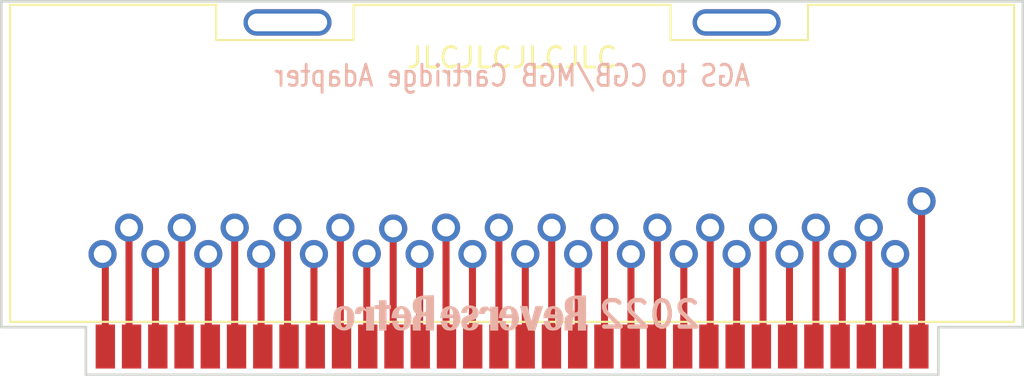
<source format=kicad_pcb>
(kicad_pcb (version 20211014) (generator pcbnew)
  (layers (0 "F.Cu" signal) (31 "B.Cu" signal) (34 "B.Paste" user) (35 "F.Paste" user) (36 "B.SilkS" user "B.Silkscreen") (37 "F.SilkS" user "F.Silkscreen") (38 "B.Mask" user) (39 "F.Mask" user) (44 "Edge.Cuts" user))
  (net 0 "")
  (footprint "willdurand_connector:GB_GBC_1x32_copy" (layer "F.Cu") (at 100 100)
    (fp_text reference "REF**" hide)
    (fp_text value "GB_GBC_1x32")
    (fp_line (start -16.8 -7) (end -9 -7) (layer "F.SilkS") (width 0.12))
    (fp_line (start 28.5 9) (end -28.5 9) (layer "F.SilkS") (width 0.12))
    (fp_line (start 9 -9) (end 9 -7) (layer "F.SilkS") (width 0.12))
    (fp_line (start 16.8 -7) (end 9 -7) (layer "F.SilkS") (width 0.12))
    (fp_line (start -28.5 -9) (end -16.8 -9) (layer "F.SilkS") (width 0.12))
    (fp_line (start -16.8 -9) (end -16.8 -7) (layer "F.SilkS") (width 0.12))
    (fp_line (start -9 -7) (end -9 -9) (layer "F.SilkS") (width 0.12))
    (fp_line (start 16.8 -9) (end 28.5 -9) (layer "F.SilkS") (width 0.12))
    (fp_line (start 9 -9) (end -9 -9) (layer "F.SilkS") (width 0.12))
    (fp_line (start 28.5 -9) (end 28.5 9) (layer "F.SilkS") (width 0.12))
    (fp_line (start 16.8 -9) (end 16.8 -7) (layer "F.SilkS") (width 0.12))
    (fp_line (start -9 -9) (end -8.8 -9) (layer "F.SilkS") (width 0.12))
    (fp_line (start -28.5 9) (end -28.5 -9) (layer "F.SilkS") (width 0.12))
    (pad "" thru_hole oval locked (at 12.75 -8) (size 5 1.5) (drill oval 4.5 1) (layers *.Cu *.Mask))
    (pad "" thru_hole oval locked (at -12.75 -8) (size 5 1.5) (drill oval 4.5 1) (layers *.Cu *.Mask))
    (pad "1" connect rect locked (at -23.0948 10.4) (size 1.1 2.5) (layers "F.Cu" "F.Mask"))
    (pad "2" connect rect locked (at -21.6048 10.4) (size 1.1 2.5) (layers "F.Cu" "F.Mask"))
    (pad "3" connect rect locked (at -20.1148 10.4) (size 1.1 2.5) (layers "F.Cu" "F.Mask"))
    (pad "4" connect rect locked (at -18.6248 10.4) (size 1.1 2.5) (layers "F.Cu" "F.Mask"))
    (pad "5" connect rect locked (at -17.1348 10.4) (size 1.1 2.5) (layers "F.Cu" "F.Mask"))
    (pad "6" connect rect locked (at -15.6448 10.4) (size 1.1 2.5) (layers "F.Cu" "F.Mask"))
    (pad "7" connect rect locked (at -14.1548 10.4) (size 1.1 2.5) (layers "F.Cu" "F.Mask"))
    (pad "8" connect rect locked (at -12.6648 10.4) (size 1.1 2.5) (layers "F.Cu" "F.Mask"))
    (pad "9" connect rect locked (at -11.1748 10.4) (size 1.1 2.5) (layers "F.Cu" "F.Mask"))
    (pad "10" connect rect locked (at -9.6848 10.4) (size 1.1 2.5) (layers "F.Cu" "F.Mask"))
    (pad "11" connect rect locked (at -8.1948 10.4) (size 1.1 2.5) (layers "F.Cu" "F.Mask"))
    (pad "12" connect rect locked (at -6.7048 10.4) (size 1.1 2.5) (layers "F.Cu" "F.Mask"))
    (pad "13" connect rect locked (at -5.2148 10.4) (size 1.1 2.5) (layers "F.Cu" "F.Mask"))
    (pad "14" connect rect locked (at -3.7248 10.4) (size 1.1 2.5) (layers "F.Cu" "F.Mask"))
    (pad "15" connect rect locked (at -2.2348 10.4) (size 1.1 2.5) (layers "F.Cu" "F.Mask"))
    (pad "16" connect rect locked (at -0.7448 10.4) (size 1.1 2.5) (layers "F.Cu" "F.Mask"))
    (pad "17" connect rect locked (at 0.7452 10.4) (size 1.1 2.5) (layers "F.Cu" "F.Mask"))
    (pad "18" connect rect locked (at 2.2352 10.4) (size 1.1 2.5) (layers "F.Cu" "F.Mask"))
    (pad "19" connect rect locked (at 3.7252 10.4) (size 1.1 2.5) (layers "F.Cu" "F.Mask"))
    (pad "20" connect rect locked (at 5.2152 10.4) (size 1.1 2.5) (layers "F.Cu" "F.Mask"))
    (pad "21" connect rect locked (at 6.7052 10.4) (size 1.1 2.5) (layers "F.Cu" "F.Mask"))
    (pad "22" connect rect locked (at 8.1952 10.4) (size 1.1 2.5) (layers "F.Cu" "F.Mask"))
    (pad "23" connect rect locked (at 9.6852 10.4) (size 1.1 2.5) (layers "F.Cu" "F.Mask"))
    (pad "24" connect rect locked (at 11.1752 10.4) (size 1.1 2.5) (layers "F.Cu" "F.Mask"))
    (pad "25" connect rect locked (at 12.6652 10.4) (size 1.1 2.5) (layers "F.Cu" "F.Mask"))
    (pad "26" connect rect locked (at 14.1552 10.4) (size 1.1 2.5) (layers "F.Cu" "F.Mask"))
    (pad "27" connect rect locked (at 15.6452 10.4) (size 1.1 2.5) (layers "F.Cu" "F.Mask"))
    (pad "28" connect rect locked (at 17.1352 10.4) (size 1.1 2.5) (layers "F.Cu" "F.Mask"))
    (pad "29" connect rect locked (at 18.6252 10.4) (size 1.1 2.5) (layers "F.Cu" "F.Mask"))
    (pad "30" connect rect locked (at 20.1152 10.4) (size 1.1 2.5) (layers "F.Cu" "F.Mask"))
    (pad "31" connect rect locked (at 21.6052 10.4) (size 1.1 2.5) (layers "F.Cu" "F.Mask"))
    (pad "32" connect rect locked (at 23.0952 10.4) (size 1.1 2.5) (layers "F.Cu" "F.Mask"))
  )
  (footprint "gbc_repro_lib:gbc_mgb_cart_slot" (layer "B.Cu") (at 100 105.15 180)
    (fp_text reference "REF**" hide)
    (fp_text value "gbc_mgb_cart_slot" hide)
    (pad "1" thru_hole circle locked (at 23.25 0 180) (size 1.6 1.6) (drill 1) (layers *.Cu *.Mask))
    (pad "2" thru_hole circle locked (at 21.75 1.5 180) (size 1.6 1.6) (drill 1) (layers *.Cu *.Mask))
    (pad "3" thru_hole circle locked (at 20.25 0 180) (size 1.6 1.6) (drill 1) (layers *.Cu *.Mask))
    (pad "4" thru_hole circle locked (at 18.75 1.5 180) (size 1.6 1.6) (drill 1) (layers *.Cu *.Mask))
    (pad "5" thru_hole circle locked (at 17.25 0 180) (size 1.6 1.6) (drill 1) (layers *.Cu *.Mask))
    (pad "6" thru_hole circle locked (at 15.75 1.5 180) (size 1.6 1.6) (drill 1) (layers *.Cu *.Mask))
    (pad "7" thru_hole circle locked (at 14.25 0 180) (size 1.6 1.6) (drill 1) (layers *.Cu *.Mask))
    (pad "8" thru_hole circle locked (at 12.75 1.5 180) (size 1.6 1.6) (drill 1) (layers *.Cu *.Mask))
    (pad "9" thru_hole circle locked (at 11.25 0 180) (size 1.6 1.6) (drill 1) (layers *.Cu *.Mask))
    (pad "10" thru_hole circle locked (at 9.75 1.5 180) (size 1.6 1.6) (drill 1) (layers *.Cu *.Mask))
    (pad "11" thru_hole circle locked (at 8.25 0.025 180) (size 1.6 1.6) (drill 1) (layers *.Cu *.Mask))
    (pad "12" thru_hole circle locked (at 6.75 1.45 180) (size 1.6 1.6) (drill 1) (layers *.Cu *.Mask))
    (pad "13" thru_hole circle locked (at 5.25 0 180) (size 1.6 1.6) (drill 1) (layers *.Cu *.Mask))
    (pad "14" thru_hole circle locked (at 3.75 1.5 180) (size 1.6 1.6) (drill 1) (layers *.Cu *.Mask))
    (pad "15" thru_hole circle locked (at 2.25 0 180) (size 1.6 1.6) (drill 1) (layers *.Cu *.Mask))
    (pad "16" thru_hole circle locked (at 0.75 1.5 180) (size 1.6 1.6) (drill 1) (layers *.Cu *.Mask))
    (pad "17" thru_hole circle locked (at -0.75 0 180) (size 1.6 1.6) (drill 1) (layers *.Cu *.Mask))
    (pad "18" thru_hole circle locked (at -2.25 1.5 180) (size 1.6 1.6) (drill 1) (layers *.Cu *.Mask))
    (pad "19" thru_hole circle locked (at -3.75 0 180) (size 1.6 1.6) (drill 1) (layers *.Cu *.Mask))
    (pad "20" thru_hole circle locked (at -5.25 1.5 180) (size 1.6 1.6) (drill 1) (layers *.Cu *.Mask))
    (pad "21" thru_hole circle locked (at -6.75 0 180) (size 1.6 1.6) (drill 1) (layers *.Cu *.Mask))
    (pad "22" thru_hole circle locked (at -8.25 1.5 180) (size 1.6 1.6) (drill 1) (layers *.Cu *.Mask))
    (pad "23" thru_hole circle locked (at -9.75 0 180) (size 1.6 1.6) (drill 1) (layers *.Cu *.Mask))
    (pad "24" thru_hole circle locked (at -11.25 1.5 180) (size 1.6 1.6) (drill 1) (layers *.Cu *.Mask))
    (pad "25" thru_hole circle locked (at -12.75 0 180) (size 1.6 1.6) (drill 1) (layers *.Cu *.Mask))
    (pad "26" thru_hole circle locked (at -14.25 1.5 180) (size 1.6 1.6) (drill 1) (layers *.Cu *.Mask))
    (pad "27" thru_hole circle locked (at -15.75 0 180) (size 1.6 1.6) (drill 1) (layers *.Cu *.Mask))
    (pad "28" thru_hole circle locked (at -17.25 1.5 180) (size 1.6 1.6) (drill 1) (layers *.Cu *.Mask))
    (pad "29" thru_hole circle locked (at -18.75 0 180) (size 1.6 1.6) (drill 1) (layers *.Cu *.Mask))
    (pad "30" thru_hole circle locked (at -20.25 1.5 180) (size 1.6 1.6) (drill 1) (layers *.Cu *.Mask))
    (pad "31" thru_hole circle locked (at -21.75 0 180) (size 1.6 1.6) (drill 1) (layers *.Cu *.Mask))
    (pad "32" thru_hole circle locked (at -23.25 3 180) (size 1.6 1.6) (drill 1) (layers *.Cu *.Mask))
  )
  (footprint "LOGO" (layer "B.Cu") (at 97.005907 108.575795 180)
    (fp_text reference "G***" hide)
    (fp_text value "LOGO" hide)
    (fp_poly (pts (xy 0.644004 0.464688) (xy 0.743534 0.433133) (xy 0.835281 0.382568) (xy 0.915783 0.313351) (xy 0.973178 0.239504) (xy 1.007457 0.172893) (xy 1.037939 0.089618) (xy 1.062064 -0.001803) (xy 1.077268 -0.092852) (xy 1.079252 -0.113064) (xy 1.087694 -0.214293) (xy 0.352952 -0.214293) (xy 0.353377 -0.267866) (xy 0.355296 -0.321336) (xy 0.359845 -0.386746) (xy 0.366286 -0.456975) (xy 0.373879 -0.524901) (xy 0.381887 -0.583405) (xy 0.389571 -0.625363) (xy 0.391094 -0.631478) (xy 0.416588 -0.689288) (xy 0.454338 -0.72746) (xy 0.500528 -0.744709) (xy 0.551344 -0.739752) (xy 0.602972 -0.711302) (xy 0.610156 -0.705275) (xy 0.641491 -0.672189) (xy 0.662639 -0.634163) (xy 0.675478 -0.585451) (xy 0.681884 -0.520304) (xy 0.683225 -0.481463) (xy 0.685422 -0.378164) (xy 1.081833 -0.378164) (xy 1.064765 -0.450645) (xy 1.027201 -0.579046) (xy 0.979781 -0.685127) (xy 0.921519 -0.770164) (xy 0.851431 -0.835436) (xy 0.768531 -0.882221) (xy 0.718157 -0.900227) (xy 0.649504 -0.913642) (xy 0.566964 -0.919307) (xy 0.4806 -0.917341) (xy 0.400475 -0.907865) (xy 0.350402 -0.89586) (xy 0.254417 -0.856624) (xy 0.173645 -0.804051) (xy 0.10627 -0.735897) (xy 0.050476 -0.649917) (xy 0.004445 -0.543866) (xy -0.031557 -0.423818) (xy -0.04901 -0.34902) (xy -0.058808 -0.287661) (xy -0.061103 -0.231083) (xy -0.056048 -0.170626) (xy -0.043797 -0.097631) (xy -0.037847 -0.067566) (xy -0.019824 0) (xy 0.357771 0) (xy 0.68306 0) (xy 0.674569 0.066179) (xy 0.659448 0.15547) (xy 0.639111 0.222803) (xy 0.612124 0.271145) (xy 0.577052 0.303465) (xy 0.554063 0.315376) (xy 0.507054 0.323242) (xy 0.464094 0.307938) (xy 0.426769 0.27138) (xy 0.396661 0.215489) (xy 0.375356 0.142182) (xy 0.3673 0.089184) (xy 0.357771 0) (xy -0.019824 0) (xy -0.006976 0.048165) (xy 0.036006 0.15525) (xy 0.088541 0.248367) (xy 0.148071 0.322191) (xy 0.150648 0.324752) (xy 0.237216 0.393628) (xy 0.333294 0.441702) (xy 0.435425 0.46933) (xy 0.540148 0.476873)) (layer "B.SilkS") (width 0) (fill solid))
    (fp_poly (pts (xy -1.364922 0.443957) (xy -1.28574 0.414315) (xy -1.221904 0.364685) (xy -1.17317 0.294884) (xy -1.141679 0.213466) (xy -1.130175 0.161618) (xy -1.123036 0.108125) (xy -1.121886 0.08426) (xy -1.121886 0.025211) (xy -1.446822 0.025211) (xy -1.455609 0.072046) (xy -1.474627 0.136287) (xy -1.505056 0.180798) (xy -1.542368 0.206291) (xy -1.600787 0.225524) (xy -1.65086 0.222222) (xy -1.696533 0.195857) (xy -1.709301 0.18404) (xy -1.752159 0.141181) (xy -1.752159 -0.920198) (xy -2.205956 -0.920198) (xy -2.205956 0.441191) (xy -1.752159 0.441191) (xy -1.752159 0.297993) (xy -1.708006 0.349576) (xy -1.652964 0.401695) (xy -1.590999 0.434739) (xy -1.516528 0.451053) (xy -1.459693 0.453797)) (layer "B.SilkS") (width 0) (fill solid))
    (fp_poly (pts (xy 1.749007 1.08074) (xy 1.876009 1.077056) (xy 1.981554 1.071952) (xy 2.069378 1.064869) (xy 2.14322 1.055245) (xy 2.206819 1.04252) (xy 2.263913 1.026132) (xy 2.31824 1.005522) (xy 2.352543 0.990203) (xy 2.452949 0.931842) (xy 2.532022 0.860504) (xy 2.59019 0.775494) (xy 2.627878 0.676116) (xy 2.645515 0.561677) (xy 2.647051 0.511024) (xy 2.639363 0.379928) (xy 2.616896 0.265942) (xy 2.580096 0.170123) (xy 2.529412 0.093529) (xy 2.465289 0.037218) (xy 2.440791 0.023027) (xy 2.392003 -0.00206) (xy 2.453396 -0.030733) (xy 2.530095 -0.078127) (xy 2.587271 -0.140279) (xy 2.626154 -0.218865) (xy 2.644178 -0.290325) (xy 2.647447 -0.323454) (xy 2.64981 -0.376935) (xy 2.651187 -0.445924) (xy 2.651494 -0.525575) (xy 2.65065 -0.611045) (xy 2.650104 -0.639727) (xy 2.644097 -0.920198) (xy 2.190025 -0.920198) (xy 2.198705 -0.639727) (xy 2.20161 -0.518933) (xy 2.201702 -0.420508) (xy 2.198382 -0.341708) (xy 2.191056 -0.279788) (xy 2.179126 -0.232003) (xy 2.161995 -0.195611) (xy 2.139067 -0.167865) (xy 2.109745 -0.146023) (xy 2.088881 -0.134633) (xy 2.048651 -0.119849) (xy 1.998358 -0.108113) (xy 1.973094 -0.104507) (xy 1.903424 -0.097316) (xy 1.903424 -0.920198) (xy 1.437022 -0.920198) (xy 1.437022 0.511372) (xy 1.890818 0.511372) (xy 1.891018 0.411342) (xy 1.891736 0.333444) (xy 1.893154 0.274602) (xy 1.895451 0.231741) (xy 1.898809 0.201785) (xy 1.903406 0.181658) (xy 1.909424 0.168283) (xy 1.911075 0.165771) (xy 1.947743 0.132531) (xy 1.994649 0.115926) (xy 2.043255 0.117683) (xy 2.076085 0.132364) (xy 2.099394 0.15465) (xy 2.117557 0.186849) (xy 2.131081 0.23172) (xy 2.140474 0.292018) (xy 2.146245 0.370502) (xy 2.1489 0.469927) (xy 2.149218 0.529429) (xy 2.149078 0.614514) (xy 2.148387 0.678346) (xy 2.146756 0.724884) (xy 2.143798 0.758088) (xy 2.139123 0.781915) (xy 2.132341 0.800323) (xy 2.123064 0.817271) (xy 2.120529 0.821391) (xy 2.094326 0.853451) (xy 2.06478 0.875908) (xy 2.057502 0.879057) (xy 2.008835 0.884546) (xy 1.957104 0.874052) (xy 1.915513 0.850401) (xy 1.907894 0.842199) (xy 1.902023 0.831025) (xy 1.897673 0.813771) (xy 1.894619 0.787323) (xy 1.892633 0.748571) (xy 1.891489 0.694403) (xy 1.89096 0.621709) (xy 1.89082 0.527376) (xy 1.890818 0.511372) (xy 1.437022 0.511372) (xy 1.437022 1.087838)) (layer "B.SilkS") (width 0) (fill solid))
    (fp_poly (pts (xy -2.731206 0.471051) (xy -2.722153 0.46973) (xy -2.60822 0.441002) (xy -2.509824 0.392427) (xy -2.4268 0.323879) (xy -2.358979 0.235234) (xy -2.325403 0.172106) (xy -2.300133 0.107275) (xy -2.277155 0.030148) (xy -2.258673 -0.049994) (xy -2.246892 -0.12387) (xy -2.243772 -0.171566) (xy -2.243772 -0.214293) (xy -2.974889 -0.214293) (xy -2.97467 -0.293077) (xy -2.972866 -0.352672) (xy -2.968237 -0.421449) (xy -2.961521 -0.492566) (xy -2.953453 -0.55918) (xy -2.944771 -0.614448) (xy -2.936211 -0.651527) (xy -2.936013 -0.652135) (xy -2.907746 -0.701474) (xy -2.863228 -0.732967) (xy -2.808057 -0.743722) (xy -2.76948 -0.73902) (xy -2.737481 -0.721266) (xy -2.716516 -0.702163) (xy -2.682932 -0.658963) (xy -2.661221 -0.606018) (xy -2.649866 -0.538233) (xy -2.647217 -0.469553) (xy -2.647147 -0.378164) (xy -2.451762 -0.378164) (xy -2.373995 -0.378025) (xy -2.318522 -0.379146) (xy -2.282447 -0.383828) (xy -2.262874 -0.394375) (xy -2.256908 -0.413087) (xy -2.261653 -0.44227) (xy -2.274213 -0.484224) (xy -2.283024 -0.512344) (xy -2.324387 -0.626064) (xy -2.372241 -0.717638) (xy -2.42849 -0.78971) (xy -2.495039 -0.844925) (xy -2.541673 -0.87154) (xy -2.580921 -0.889872) (xy -2.614534 -0.901993) (xy -2.650004 -0.909406) (xy -2.694827 -0.913615) (xy -2.756496 -0.916125) (xy -2.76509 -0.916374) (xy -2.837094 -0.917277) (xy -2.891297 -0.914798) (xy -2.93496 -0.908273) (xy -2.974889 -0.897193) (xy -3.075629 -0.855787) (xy -3.156586 -0.80388) (xy -3.222342 -0.737437) (xy -3.277481 -0.652424) (xy -3.296935 -0.613706) (xy -3.35191 -0.472138) (xy -3.381868 -0.333626) (xy -3.386812 -0.198145) (xy -3.378968 -0.125513) (xy -3.351506 0.000944) (xy -3.348612 0.009454) (xy -2.974639 0.009454) (xy -2.962924 0.005891) (xy -2.930737 0.002942) (xy -2.882817 0.000889) (xy -2.8239 0.000013) (xy -2.815627 0) (xy -2.656365 0) (xy -2.662581 0.086884) (xy -2.675399 0.169833) (xy -2.700039 0.237923) (xy -2.734947 0.287844) (xy -2.768489 0.312131) (xy -2.799069 0.324503) (xy -2.82266 0.324541) (xy -2.853489 0.312158) (xy -2.854661 0.3116) (xy -2.89897 0.276744) (xy -2.932747 0.219356) (xy -2.956099 0.139229) (xy -2.962006 0.104551) (xy -2.968264 0.060216) (xy -2.9728 0.026082) (xy -2.974638 0.009493) (xy -2.974639 0.009454) (xy -3.348612 0.009454) (xy -3.312095 0.116854) (xy -3.262486 0.218501) (xy -3.204429 0.302166) (xy -3.15356 0.353254) (xy -3.060644 0.414345) (xy -2.955967 0.455236) (xy -2.844497 0.474585)) (layer "B.SilkS") (width 0) (fill solid))
    (fp_poly (pts (xy -6.882581 1.076464) (xy -6.755797 1.075113) (xy -6.650346 1.071849) (xy -6.562389 1.066096) (xy -6.488084 1.057281) (xy -6.423589 1.044826) (xy -6.365063 1.028159) (xy -6.308666 1.006704) (xy -6.256406 0.982755) (xy -6.161627 0.9261) (xy -6.087284 0.857787) (xy -6.032654 0.776393) (xy -5.997012 0.680495) (xy -5.979636 0.568669) (xy -5.979803 0.439491) (xy -5.979864 0.438527) (xy -5.995979 0.312542) (xy -6.027006 0.206851) (xy -6.072968 0.121407) (xy -6.13389 0.056158) (xy -6.171595 0.030131) (xy -6.228688 -0.003328) (xy -6.174319 -0.027588) (xy -6.101042 -0.072977) (xy -6.038864 -0.136383) (xy -6.008548 -0.182779) (xy -6.000404 -0.199095) (xy -5.994005 -0.216516) (xy -5.989098 -0.238265) (xy -5.985426 -0.267567) (xy -5.982736 -0.307646) (xy -5.980773 -0.361724) (xy -5.979281 -0.433028) (xy -5.978005 -0.524779) (xy -5.977398 -0.5767) (xy -5.973506 -0.920198) (xy -6.427644 -0.920198) (xy -6.431366 -0.574445) (xy -6.432567 -0.471615) (xy -6.433856 -0.390927) (xy -6.435472 -0.32931) (xy -6.437655 -0.283695) (xy -6.440643 -0.251013) (xy -6.444675 -0.228193) (xy -6.449992 -0.212166) (xy -6.456831 -0.199864) (xy -6.461013 -0.193994) (xy -6.508867 -0.150209) (xy -6.575539 -0.119677) (xy -6.655588 -0.104209) (xy -6.731315 -0.097342) (xy -6.731315 -0.920198) (xy -7.197869 -0.920198) (xy -7.194642 0.078784) (xy -7.193589 0.40487) (xy -6.731125 0.40487) (xy -6.730832 0.328574) (xy -6.729993 0.271264) (xy -6.728355 0.229828) (xy -6.725666 0.201152) (xy -6.721675 0.182124) (xy -6.71613 0.169633) (xy -6.708779 0.160564) (xy -6.702953 0.155067) (xy -6.654219 0.123691) (xy -6.603547 0.11377) (xy -6.556239 0.126072) (xy -6.546049 0.132364) (xy -6.522782 0.154959) (xy -6.504666 0.188114) (xy -6.491197 0.234539) (xy -6.48187 0.296948) (xy -6.476182 0.378051) (xy -6.473627 0.480561) (xy -6.473378 0.523127) (xy -6.473951 0.621582) (xy -6.476593 0.698163) (xy -6.482032 0.756174) (xy -6.490997 0.798916) (xy -6.504217 0.829691) (xy -6.522418 0.851801) (xy -6.54633 0.868549) (xy -6.550008 0.870565) (xy -6.593419 0.882917) (xy -6.64256 0.88112) (xy -6.687908 0.866896) (xy -6.719943 0.841967) (xy -6.721668 0.839528) (xy -6.724191 0.823597) (xy -6.726468 0.785988) (xy -6.728398 0.73023) (xy -6.729884 0.659855) (xy -6.730825 0.578393) (xy -6.731122 0.503265) (xy -6.731125 0.40487) (xy -7.193589 0.40487) (xy -7.191415 1.077767)) (layer "B.SilkS") (width 0) (fill solid))
    (fp_poly (pts (xy -5.251718 0.470358) (xy -5.136271 0.439291) (xy -5.036302 0.388396) (xy -4.95195 0.317854) (xy -4.883353 0.227842) (xy -4.830649 0.118542) (xy -4.793978 -0.009868) (xy -4.774227 -0.148114) (xy -4.768565 -0.214293) (xy -5.495981 -0.214293) (xy -5.495981 -0.359918) (xy -5.492484 -0.46458) (xy -5.482405 -0.556052) (xy -5.46636 -0.631229) (xy -5.444965 -0.687001) (xy -5.425747 -0.714258) (xy -5.384555 -0.73917) (xy -5.350965 -0.743722) (xy -5.290956 -0.734262) (xy -5.243639 -0.705306) (xy -5.20842 -0.65599) (xy -5.184701 -0.58545) (xy -5.171887 -0.492822) (xy -5.171237 -0.483191) (xy -5.164685 -0.378164) (xy -4.776989 -0.378164) (xy -4.784857 -0.412829) (xy -4.823414 -0.550146) (xy -4.871761 -0.664641) (xy -4.930309 -0.756895) (xy -4.999468 -0.827486) (xy -5.079651 -0.876995) (xy -5.126666 -0.894857) (xy -5.20869 -0.912346) (xy -5.301991 -0.919689) (xy -5.396461 -0.916861) (xy -5.481996 -0.903833) (xy -5.511136 -0.89586) (xy -5.605859 -0.856774) (xy -5.686382 -0.803654) (xy -5.754125 -0.734577) (xy -5.810508 -0.647621) (xy -5.856952 -0.540864) (xy -5.894877 -0.412383) (xy -5.906678 -0.360627) (xy -5.917402 -0.303416) (xy -5.921518 -0.256386) (xy -5.919411 -0.207296) (xy -5.913096 -0.155414) (xy -5.883077 -0.004499) (xy -5.881531 0) (xy -5.495981 0) (xy -5.338412 0) (xy -5.273137 0.000146) (xy -5.228956 0.001091) (xy -5.201753 0.0036) (xy -5.187411 0.008434) (xy -5.181814 0.016356) (xy -5.180845 0.028129) (xy -5.180844 0.029199) (xy -5.184962 0.079137) (xy -5.195726 0.137261) (xy -5.210751 0.193615) (xy -5.227649 0.238241) (xy -5.233575 0.249264) (xy -5.268047 0.289523) (xy -5.309937 0.315224) (xy -5.35204 0.322364) (xy -5.362133 0.320687) (xy -5.402964 0.298356) (xy -5.43929 0.255919) (xy -5.468582 0.198402) (xy -5.488315 0.130833) (xy -5.495961 0.058238) (xy -5.495981 0.054437) (xy -5.495981 0) (xy -5.881531 0) (xy -5.838073 0.126502) (xy -5.778168 0.237445) (xy -5.703444 0.328189) (xy -5.613986 0.398591) (xy -5.574236 0.420954) (xy -5.482611 0.455639) (xy -5.381762 0.473987) (xy -5.282202 0.474388)) (layer "B.SilkS") (width 0) (fill solid))
    (fp_poly (pts (xy -0.450452 0.49996) (xy -0.359522 0.470362) (xy -0.279434 0.425458) (xy -0.214195 0.365299) (xy -0.197259 0.343052) (xy -0.162102 0.282259) (xy -0.133153 0.213518) (xy -0.114842 0.148047) (xy -0.111564 0.126055) (xy -0.107147 0.081936) (xy -0.262001 0.083424) (xy -0.321812 0.084438) (xy -0.371864 0.086118) (xy -0.4071 0.088234) (xy -0.422463 0.090558) (xy -0.422632 0.090688) (xy -0.428059 0.105371) (xy -0.435705 0.136739) (xy -0.440735 0.161463) (xy -0.463533 0.243637) (xy -0.496288 0.304791) (xy -0.538112 0.344079) (xy -0.588117 0.360653) (xy -0.643045 0.354393) (xy -0.692866 0.329025) (xy -0.725386 0.287157) (xy -0.741492 0.227319) (xy -0.743675 0.187631) (xy -0.735697 0.12272) (xy -0.709281 0.070006) (xy -0.668386 0.028059) (xy -0.628242 0.001405) (xy -0.571 -0.027551) (xy -0.504104 -0.055342) (xy -0.447804 -0.074665) (xy -0.343046 -0.115323) (xy -0.259826 -0.166748) (xy -0.196172 -0.230593) (xy -0.150117 -0.30851) (xy -0.140183 -0.332868) (xy -0.120454 -0.411731) (xy -0.113595 -0.501811) (xy -0.119836 -0.592509) (xy -0.133177 -0.654309) (xy -0.165182 -0.72277) (xy -0.216696 -0.787178) (xy -0.282069 -0.841835) (xy -0.355654 -0.88104) (xy -0.359256 -0.882421) (xy -0.429156 -0.901378) (xy -0.513353 -0.913113) (xy -0.602346 -0.917184) (xy -0.686631 -0.913149) (xy -0.755747 -0.900839) (xy -0.863425 -0.861026) (xy -0.950293 -0.807392) (xy -1.017082 -0.739215) (xy -1.064522 -0.655773) (xy -1.09064 -0.570126) (xy -1.098467 -0.526424) (xy -1.10214 -0.49239) (xy -1.100937 -0.475705) (xy -1.087273 -0.47312) (xy -1.054166 -0.471843) (xy -1.007341 -0.471715) (xy -0.952524 -0.472577) (xy -0.89544 -0.47427) (xy -0.841814 -0.476636) (xy -0.797371 -0.479516) (xy -0.767837 -0.48275) (xy -0.759048 -0.485185) (xy -0.755349 -0.498235) (xy -0.749244 -0.529223) (xy -0.74277 -0.567098) (xy -0.722432 -0.649801) (xy -0.692004 -0.711653) (xy -0.65251 -0.75183) (xy -0.60497 -0.769507) (xy -0.550409 -0.763859) (xy -0.516412 -0.749811) (xy -0.476058 -0.716729) (xy -0.451328 -0.666415) (xy -0.441452 -0.597146) (xy -0.441191 -0.581444) (xy -0.443245 -0.534112) (xy -0.451341 -0.501684) (xy -0.468386 -0.474049) (xy -0.474034 -0.467122) (xy -0.527539 -0.418622) (xy -0.600603 -0.378086) (xy -0.695596 -0.344244) (xy -0.712209 -0.339578) (xy -0.828678 -0.300873) (xy -0.922247 -0.253787) (xy -0.994231 -0.196945) (xy -1.045947 -0.128976) (xy -1.07871 -0.048508) (xy -1.093838 0.045832) (xy -1.094575 0.059125) (xy -1.092929 0.150394) (xy -1.077481 0.225945) (xy -1.046084 0.292412) (xy -0.999451 0.353275) (xy -0.92757 0.416582) (xy -0.842501 0.464277) (xy -0.74825 0.496412) (xy -0.648821 0.513036) (xy -0.54822 0.514202)) (layer "B.SilkS") (width 0) (fill solid))
    (fp_poly (pts (xy 5.679062 0.444549) (xy 5.758137 0.417198) (xy 5.821131 0.371251) (xy 5.848068 0.339541) (xy 5.879425 0.289169) (xy 5.900618 0.235685) (xy 5.914171 0.171139) (xy 5.920873 0.110298) (xy 5.927953 0.025211) (xy 5.762388 0.025211) (xy 5.695187 0.025357) (xy 5.649176 0.026255) (xy 5.620331 0.028591) (xy 5.604632 0.033053) (xy 5.598056 0.040331) (xy 5.596582 0.05111) (xy 5.596547 0.053573) (xy 5.586991 0.103152) (xy 5.56287 0.152063) (xy 5.529626 0.191286) (xy 5.503091 0.208465) (xy 5.444126 0.225758) (xy 5.395246 0.222209) (xy 5.351299 0.197058) (xy 5.337151 0.18404) (xy 5.294292 0.141181) (xy 5.294292 -0.920198) (xy 4.840496 -0.920198) (xy 4.840496 0.441191) (xy 5.294292 0.441191) (xy 5.294292 0.287966) (xy 5.33526 0.341559) (xy 5.388325 0.397003) (xy 5.449653 0.432607) (xy 5.523975 0.450512) (xy 5.583049 0.453674)) (layer "B.SilkS") (width 0) (fill solid))
    (fp_poly (pts (xy -3.513982 0.476286) (xy -3.466537 0.47485) (xy -3.43688 0.472564) (xy -3.428685 0.470119) (xy -3.432676 0.455472) (xy -3.443663 0.4215) (xy -3.460167 0.372624) (xy -3.480708 0.313261) (xy -3.491021 0.283891) (xy -3.513539 0.219878) (xy -3.542909 0.136135) (xy -3.577705 0.036746) (xy -3.616502 -0.074207) (xy -3.657874 -0.19264) (xy -3.700394 -0.31447) (xy -3.742639 -0.435614) (xy -3.783181 -0.551988) (xy -3.820595 -0.65951) (xy -3.853456 -0.754095) (xy -3.857511 -0.765781) (xy -3.911083 -0.920198) (xy -4.014632 -0.920198) (xy -4.08047 -0.921318) (xy -4.152416 -0.924249) (xy -4.213122 -0.928224) (xy -4.308062 -0.936249) (xy -4.339888 -0.836834) (xy -4.352878 -0.796252) (xy -4.372012 -0.73647) (xy -4.395749 -0.662296) (xy -4.422551 -0.578542) (xy -4.450879 -0.490018) (xy -4.467506 -0.438059) (xy -4.501583 -0.331613) (xy -4.540212 -0.211037) (xy -4.58043 -0.08557) (xy -4.619277 0.035552) (xy -4.65379 0.14309) (xy -4.657777 0.155506) (xy -4.683918 0.237232) (xy -4.707284 0.310912) (xy -4.726826 0.373179) (xy -4.74149 0.420668) (xy -4.750227 0.450012) (xy -4.752258 0.458057) (xy -4.740328 0.460766) (xy -4.707234 0.463109) (xy -4.657024 0.46493) (xy -4.593745 0.466075) (xy -4.533063 0.466402) (xy -4.313867 0.466402) (xy -4.206289 0.034665) (xy -4.181289 -0.064441) (xy -4.157983 -0.154491) (xy -4.13709 -0.232882) (xy -4.11933 -0.297011) (xy -4.105423 -0.344276) (xy -4.096089 -0.372073) (xy -4.092139 -0.378164) (xy -4.086444 -0.359002) (xy -4.075876 -0.32105) (xy -4.06197 -0.2699) (xy -4.047101 -0.214293) (xy -4.029722 -0.149041) (xy -4.012581 -0.085084) (xy -3.9979 -0.0307) (xy -3.989519 0) (xy -3.979622 0.036356) (xy -3.964902 0.091012) (xy -3.946986 0.157898) (xy -3.927502 0.230943) (xy -3.916847 0.271018) (xy -3.86329 0.472705) (xy -3.645988 0.476154) (xy -3.575153 0.476758)) (layer "B.SilkS") (width 0) (fill solid))
    (fp_poly (pts (xy 6.607617 0.476266) (xy 6.699292 0.465827) (xy 6.777346 0.447032) (xy 6.785504 0.444175) (xy 6.889374 0.39366) (xy 6.97674 0.324298) (xy 7.047378 0.23649) (xy 7.101062 0.130642) (xy 7.137567 0.007155) (xy 7.156668 -0.133567) (xy 7.159682 -0.226062) (xy 7.151191 -0.365346) (xy 7.126607 -0.489642) (xy 7.086468 -0.597248) (xy 7.031311 -0.686458) (xy 7.004844 -0.716943) (xy 6.910458 -0.799025) (xy 6.80601 -0.860606) (xy 6.694657 -0.90072) (xy 6.579557 -0.918402) (xy 6.463866 -0.912687) (xy 6.404946 -0.900264) (xy 6.29434 -0.861855) (xy 6.20145 -0.810027) (xy 6.125072 -0.743177) (xy 6.064004 -0.659703) (xy 6.017042 -0.557999) (xy 5.982983 -0.436464) (xy 5.962588 -0.310649) (xy 5.958694 -0.214293) (xy 6.384665 -0.214293) (xy 6.384746 -0.319299) (xy 6.385127 -0.402224) (xy 6.386016 -0.4662) (xy 6.387617 -0.514357) (xy 6.390138 -0.549826) (xy 6.393786 -0.575736) (xy 6.398765 -0.595219) (xy 6.405285 -0.611405) (xy 6.411686 -0.62397) (xy 6.453956 -0.685266) (xy 6.501846 -0.723314) (xy 6.553917 -0.737563) (xy 6.608728 -0.727462) (xy 6.639763 -0.71117) (xy 6.662851 -0.688977) (xy 6.68777 -0.654581) (xy 6.696488 -0.639542) (xy 6.704733 -0.623292) (xy 6.711214 -0.606895) (xy 6.716144 -0.587237) (xy 6.719734 -0.561206) (xy 6.722197 -0.525687) (xy 6.723744 -0.477567) (xy 6.724588 -0.413733) (xy 6.72494 -0.331071) (xy 6.725012 -0.226468) (xy 6.725012 -0.220595) (xy 6.724934 -0.114598) (xy 6.724565 -0.030715) (xy 6.723704 0.034149) (xy 6.722151 0.08309) (xy 6.719704 0.119205) (xy 6.716161 0.145588) (xy 6.711323 0.165337) (xy 6.704987 0.181548) (xy 6.697991 0.195385) (xy 6.663917 0.248678) (xy 6.628334 0.280585) (xy 6.586397 0.294708) (xy 6.562415 0.296229) (xy 6.502665 0.286171) (xy 6.454198 0.254946) (xy 6.414603 0.20097) (xy 6.413189 0.198352) (xy 6.404879 0.181959) (xy 6.398362 0.165416) (xy 6.39342 0.145576) (xy 6.389836 0.11929) (xy 6.387392 0.083408) (xy 6.385871 0.034783) (xy 6.385054 -0.029735) (xy 6.384725 -0.113294) (xy 6.384665 -0.214293) (xy 5.958694 -0.214293) (xy 5.956188 -0.152284) (xy 5.974947 0.004526) (xy 6.000923 0.106525) (xy 6.045778 0.212315) (xy 6.109469 0.303648) (xy 6.189682 0.378159) (xy 6.284099 0.433482) (xy 6.342255 0.455181) (xy 6.419961 0.47117) (xy 6.511461 0.478122)) (layer "B.SilkS") (width 0) (fill solid))
    (fp_poly (pts (xy 3.422088 0.460115) (xy 3.523507 0.423095) (xy 3.615415 0.367194) (xy 3.693929 0.294347) (xy 3.755168 0.206491) (xy 3.762463 0.19246) (xy 3.788702 0.128607) (xy 3.813124 0.04898) (xy 3.833287 -0.036993) (xy 3.846749 -0.119882) (xy 3.849034 -0.141811) (xy 3.855449 -0.214293) (xy 3.122978 -0.214293) (xy 3.129451 -0.39392) (xy 3.135618 -0.502048) (xy 3.146041 -0.58728) (xy 3.161606 -0.651708) (xy 3.183198 -0.697421) (xy 3.211702 -0.726509) (xy 3.248003 -0.741062) (xy 3.277601 -0.743722) (xy 3.336904 -0.732837) (xy 3.383937 -0.700129) (xy 3.418756 -0.645516) (xy 3.441414 -0.568917) (xy 3.451397 -0.482159) (xy 3.457057 -0.378164) (xy 3.650861 -0.378164) (xy 3.717531 -0.378694) (xy 3.774296 -0.380158) (xy 3.81685 -0.382362) (xy 3.840892 -0.385116) (xy 3.844665 -0.386814) (xy 3.84148 -0.402274) (xy 3.833039 -0.435469) (xy 3.821013 -0.479893) (xy 3.817973 -0.490809) (xy 3.776651 -0.609354) (xy 3.724413 -0.710746) (xy 3.66274 -0.792654) (xy 3.593109 -0.852749) (xy 3.584716 -0.858121) (xy 3.515023 -0.889606) (xy 3.42925 -0.910412) (xy 3.334367 -0.920067) (xy 3.237348 -0.918098) (xy 3.145162 -0.904035) (xy 3.09913 -0.891001) (xy 3.010575 -0.853998) (xy 2.938577 -0.807196) (xy 2.878558 -0.746327) (xy 2.82594 -0.667123) (xy 2.795478 -0.607887) (xy 2.743326 -0.469331) (xy 2.715628 -0.325861) (xy 2.712587 -0.179453) (xy 2.734406 -0.032087) (xy 2.735736 -0.026461) (xy 2.744057 0) (xy 3.126153 0) (xy 3.444761 0) (xy 3.4363 0.072482) (xy 3.424497 0.150394) (xy 3.408735 0.208816) (xy 3.387126 0.253382) (xy 3.366636 0.280335) (xy 3.323493 0.313359) (xy 3.277207 0.322111) (xy 3.231435 0.30659) (xy 3.200832 0.280362) (xy 3.16924 0.231611) (xy 3.144287 0.167574) (xy 3.129178 0.097944) (xy 3.126153 0.054437) (xy 3.126153 0) (xy 2.744057 0) (xy 2.777563 0.106548) (xy 2.834401 0.219852) (xy 2.905951 0.313137) (xy 2.991914 0.386085) (xy 3.091991 0.438383) (xy 3.205883 0.469715) (xy 3.206237 0.469776) (xy 3.315037 0.476321)) (layer "B.SilkS") (width 0) (fill solid))
    (fp_poly (pts (xy 4.563176 0.529429) (xy 4.815285 0.529429) (xy 4.815285 0.302531) (xy 4.563176 0.302531) (xy 4.563176 -0.920198) (xy 4.13459 -0.920198) (xy 4.13459 0.302531) (xy 3.882481 0.302531) (xy 3.882481 0.529429) (xy 4.13459 0.529429) (xy 4.13459 0.80675) (xy 4.563176 0.80675)) (layer "B.SilkS") (width 0) (fill solid))
  )
  (gr_line (start 124.2 109.3) (end 124.2 112) (layer "Edge.Cuts") (width 0.15))
  (gr_line (start 71 90.8) (end 71 109.3) (layer "Edge.Cuts") (width 0.15))
  (gr_line (start 71 90.8) (end 129 90.8) (layer "Edge.Cuts") (width 0.15))
  (gr_line (start 75.8 112) (end 124.2 112) (layer "Edge.Cuts") (width 0.15))
  (gr_line (start 71 109.3) (end 75.8 109.3) (layer "Edge.Cuts") (width 0.15))
  (gr_line (start 75.8 109.3) (end 75.8 112) (layer "Edge.Cuts") (width 0.15))
  (gr_line (start 129 90.8) (end 129 109.3) (layer "Edge.Cuts") (width 0.15))
  (gr_line (start 129 109.3) (end 124.2 109.3) (layer "Edge.Cuts") (width 0.15))
  (gr_text "2022" (at 107.803907 108.584995) (layer "B.SilkS") (effects (font (size 1.5 1.5) (thickness 0.25)) (justify mirror)))
  (gr_text "AGS to CGB/MGB Cartridge Adapter" (at 100 95.025) (layer "B.SilkS") (effects (font (size 1.2 1) (thickness 0.16)) (justify mirror)))
  (gr_text "JLCJLCJLCJLC" (at 100 94) (layer "F.SilkS") (effects (font (size 1.16 1.16) (thickness 0.16))))
  (segment (start 91.75 105.125) (end 91.75 110.19) (width 0.4) (layer "F.Cu") (net 0))
  (segment (start 82.75 110.13) (end 83.02 110.4) (width 0.4) (layer "F.Cu") (net 0))
  (segment (start 114.25 110.34) (end 114.31 110.4) (width 0.4) (layer "F.Cu") (net 0))
  (segment (start 105.25 103.65) (end 105.25 110.28) (width 0.4) (layer "F.Cu") (net 0))
  (segment (start 87.25 103.65) (end 87.25 110.16) (width 0.4) (layer "F.Cu") (net 0))
  (segment (start 76.75 105.15) (end 76.9052 105.3052) (width 0.4) (layer "F.Cu") (net 0))
  (segment (start 105.25 110.28) (end 105.37 110.4) (width 0.4) (layer "F.Cu") (net 0))
  (segment (start 78.25 110.1) (end 78.55 110.4) (width 0.4) (layer "F.Cu") (net 0))
  (segment (start 109.75 105.15) (end 109.75 110.31) (width 0.4) (layer "F.Cu") (net 0))
  (segment (start 85.75 105.15) (end 85.75 110.15) (width 0.4) (layer "F.Cu") (net 0))
  (segment (start 94.75 105.15) (end 94.75 110.21) (width 0.4) (layer "F.Cu") (net 0))
  (segment (start 112.75 105.15) (end 112.75 110.33) (width 0.4) (layer "F.Cu") (net 0))
  (segment (start 81.25 103.65) (end 81.25 110.12) (width 0.4) (layer "F.Cu") (net 0))
  (segment (start 111.25 110.32) (end 111.33 110.4) (width 0.4) (layer "F.Cu") (net 0))
  (segment (start 84.25 110.14) (end 84.51 110.4) (width 0.4) (layer "F.Cu") (net 0))
  (segment (start 100.75 110.25) (end 100.9 110.4) (width 0.4) (layer "F.Cu") (net 0))
  (segment (start 106.75 110.29) (end 106.86 110.4) (width 0.4) (layer "F.Cu") (net 0))
  (segment (start 115.75 110.35) (end 115.8 110.4) (width 0.4) (layer "F.Cu") (net 0))
  (segment (start 102.25 110.26) (end 102.39 110.4) (width 0.4) (layer "F.Cu") (net 0))
  (segment (start 106.75 105.15) (end 106.75 110.29) (width 0.4) (layer "F.Cu") (net 0))
  (segment (start 96.25 103.65) (end 96.25 110.22) (width 0.4) (layer "F.Cu") (net 0))
  (segment (start 112.75 110.33) (end 112.82 110.4) (width 0.4) (layer "F.Cu") (net 0))
  (segment (start 85.75 110.15) (end 86 110.4) (width 0.4) (layer "F.Cu") (net 0))
  (segment (start 79.75 110.11) (end 80.04 110.4) (width 0.4) (layer "F.Cu") (net 0))
  (segment (start 115.75 105.15) (end 115.75 110.35) (width 0.4) (layer "F.Cu") (net 0))
  (segment (start 111.25 103.65) (end 111.25 110.32) (width 0.4) (layer "F.Cu") (net 0))
  (segment (start 76.9052 105.3052) (end 76.9052 110.4) (width 0.4) (layer "F.Cu") (net 0))
  (segment (start 93.25 110.2) (end 93.45 110.4) (width 0.4) (layer "F.Cu") (net 0))
  (segment (start 78.25 103.65) (end 78.25 110.1) (width 0.4) (layer "F.Cu") (net 0))
  (segment (start 99.25 110.24) (end 99.41 110.4) (width 0.4) (layer "F.Cu") (net 0))
  (segment (start 88.75 105.15) (end 88.75 110.17) (width 0.4) (layer "F.Cu") (net 0))
  (segment (start 94.75 110.21) (end 94.94 110.4) (width 0.4) (layer "F.Cu") (net 0))
  (segment (start 109.75 110.31) (end 109.84 110.4) (width 0.4) (layer "F.Cu") (net 0))
  (segment (start 87.25 110.16) (end 87.49 110.4) (width 0.4) (layer "F.Cu") (net 0))
  (segment (start 118.75 110.37) (end 118.78 110.4) (width 0.4) (layer "F.Cu") (net 0))
  (segment (start 93.25 103.7) (end 93.25 110.2) (width 0.4) (layer "F.Cu") (net 0))
  (segment (start 118.75 105.15) (end 118.75 110.37) (width 0.4) (layer "F.Cu") (net 0))
  (segment (start 114.25 103.65) (end 114.25 110.34) (width 0.4) (layer "F.Cu") (net 0))
  (segment (start 103.75 110.27) (end 103.88 110.4) (width 0.4) (layer "F.Cu") (net 0))
  (segment (start 100.75 105.15) (end 100.75 110.25) (width 0.4) (layer "F.Cu") (net 0))
  (segment (start 121.75 105.15) (end 121.75 110.39) (width 0.4) (layer "F.Cu") (net 0))
  (segment (start 102.25 103.65) (end 102.25 110.26) (width 0.4) (layer "F.Cu") (net 0))
  (segment (start 88.75 110.17) (end 88.98 110.4) (width 0.4) (layer "F.Cu") (net 0))
  (segment (start 81.25 110.12) (end 81.53 110.4) (width 0.4) (layer "F.Cu") (net 0))
  (segment (start 82.75 105.15) (end 82.75 110.13) (width 0.4) (layer "F.Cu") (net 0))
  (segment (start 84.25 103.65) (end 84.25 110.14) (width 0.4) (layer "F.Cu") (net 0))
  (segment (start 96.25 110.22) (end 96.43 110.4) (width 0.4) (layer "F.Cu") (net 0))
  (segment (start 79.75 105.15) (end 79.75 110.11) (width 0.4) (layer "F.Cu") (net 0))
  (segment (start 97.75 105.15) (end 97.75 110.23) (width 0.4) (layer "F.Cu") (net 0))
  (segment (start 103.75 105.15) (end 103.75 110.27) (width 0.4) (layer "F.Cu") (net 0))
  (segment (start 121.75 110.39) (end 121.76 110.4) (width 0.4) (layer "F.Cu") (net 0))
  (segment (start 120.25 103.65) (end 120.25 110.38) (width 0.4) (layer "F.Cu") (net 0))
  (segment (start 123.25 102.15) (end 123.25 110.4) (width 0.4) (layer "F.Cu") (net 0))
  (segment (start 91.75 110.19) (end 91.96 110.4) (width 0.4) (layer "F.Cu") (net 0))
  (segment (start 108.25 110.3) (end 108.35 110.4) (width 0.4) (layer "F.Cu") (net 0))
  (segment (start 108.25 103.65) (end 108.25 110.3) (width 0.4) (layer "F.Cu") (net 0))
  (segment (start 117.25 110.36) (end 117.29 110.4) (width 0.4) (layer "F.Cu") (net 0))
  (segment (start 99.25 103.65) (end 99.25 110.24) (width 0.4) (layer "F.Cu") (net 0))
  (segment (start 90.25 103.65) (end 90.25 110.18) (width 0.4) (layer "F.Cu") (net 0))
  (segment (start 117.25 103.65) (end 117.25 110.36) (width 0.4) (layer "F.Cu") (net 0))
  (segment (start 97.75 110.23) (end 97.92 110.4) (width 0.4) (layer "F.Cu") (net 0))
  (segment (start 90.25 110.18) (end 90.47 110.4) (width 0.4) (layer "F.Cu") (net 0))
  (segment (start 120.25 110.38) (end 120.27 110.4) (width 0.4) (layer "F.Cu") (net 0))
)
</source>
